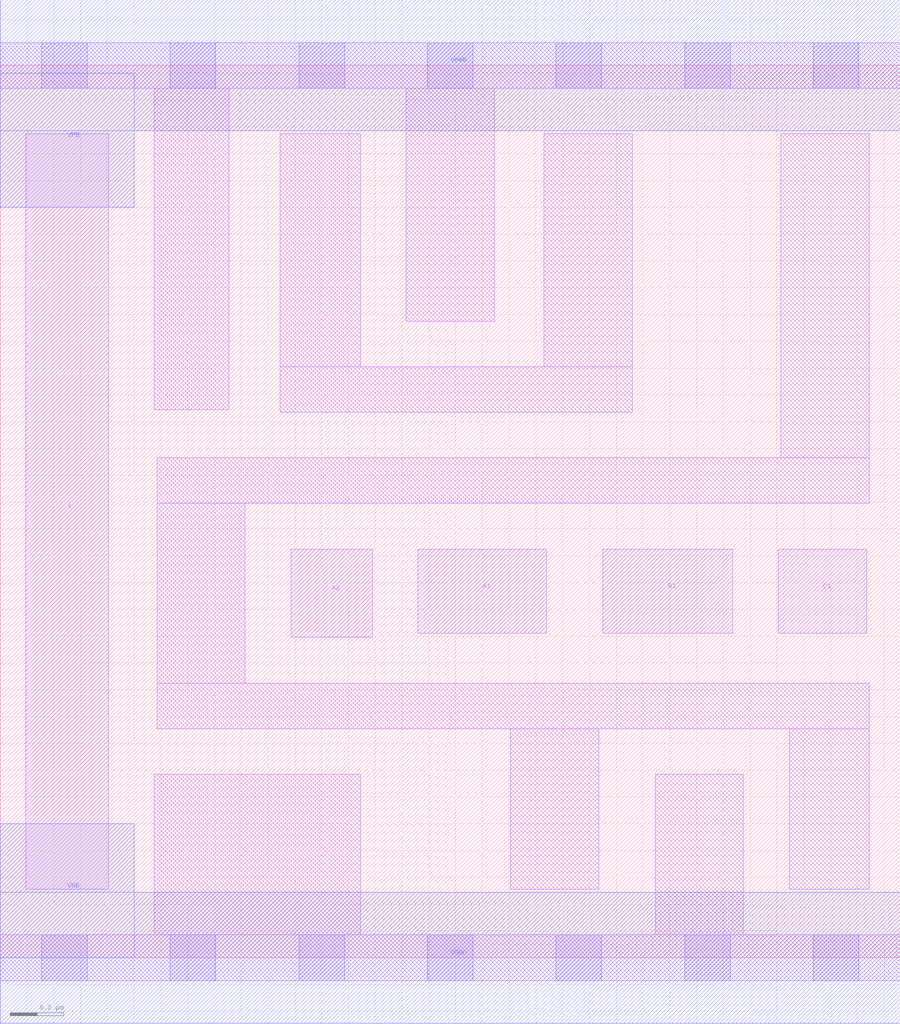
<source format=lef>
# Copyright 2020 The SkyWater PDK Authors
#
# Licensed under the Apache License, Version 2.0 (the "License");
# you may not use this file except in compliance with the License.
# You may obtain a copy of the License at
#
#     https://www.apache.org/licenses/LICENSE-2.0
#
# Unless required by applicable law or agreed to in writing, software
# distributed under the License is distributed on an "AS IS" BASIS,
# WITHOUT WARRANTIES OR CONDITIONS OF ANY KIND, either express or implied.
# See the License for the specific language governing permissions and
# limitations under the License.
#
# SPDX-License-Identifier: Apache-2.0

VERSION 5.5 ;
NAMESCASESENSITIVE ON ;
BUSBITCHARS "[]" ;
DIVIDERCHAR "/" ;
MACRO sky130_fd_sc_lp__a211o_1
  CLASS CORE ;
  SOURCE USER ;
  ORIGIN  0.000000  0.000000 ;
  SIZE  3.360000 BY  3.330000 ;
  SYMMETRY X Y R90 ;
  SITE unit ;
  PIN A1
    ANTENNAGATEAREA  0.315000 ;
    DIRECTION INPUT ;
    USE SIGNAL ;
    PORT
      LAYER li1 ;
        RECT 1.560000 1.210000 2.040000 1.525000 ;
    END
  END A1
  PIN A2
    ANTENNAGATEAREA  0.315000 ;
    DIRECTION INPUT ;
    USE SIGNAL ;
    PORT
      LAYER li1 ;
        RECT 1.085000 1.195000 1.390000 1.525000 ;
    END
  END A2
  PIN B1
    ANTENNAGATEAREA  0.315000 ;
    DIRECTION INPUT ;
    USE SIGNAL ;
    PORT
      LAYER li1 ;
        RECT 2.250000 1.210000 2.735000 1.525000 ;
    END
  END B1
  PIN C1
    ANTENNAGATEAREA  0.315000 ;
    DIRECTION INPUT ;
    USE SIGNAL ;
    PORT
      LAYER li1 ;
        RECT 2.905000 1.210000 3.235000 1.525000 ;
    END
  END C1
  PIN X
    ANTENNADIFFAREA  0.556500 ;
    DIRECTION OUTPUT ;
    USE SIGNAL ;
    PORT
      LAYER li1 ;
        RECT 0.095000 0.255000 0.405000 3.075000 ;
    END
  END X
  PIN VGND
    DIRECTION INOUT ;
    USE GROUND ;
    PORT
      LAYER met1 ;
        RECT 0.000000 -0.245000 3.360000 0.245000 ;
    END
  END VGND
  PIN VNB
    DIRECTION INOUT ;
    USE GROUND ;
    PORT
    END
  END VNB
  PIN VPB
    DIRECTION INOUT ;
    USE POWER ;
    PORT
    END
  END VPB
  PIN VNB
    DIRECTION INOUT ;
    USE GROUND ;
    PORT
      LAYER met1 ;
        RECT 0.000000 0.000000 0.500000 0.500000 ;
    END
  END VNB
  PIN VPB
    DIRECTION INOUT ;
    USE POWER ;
    PORT
      LAYER met1 ;
        RECT 0.000000 2.800000 0.500000 3.300000 ;
    END
  END VPB
  PIN VPWR
    DIRECTION INOUT ;
    USE POWER ;
    PORT
      LAYER met1 ;
        RECT 0.000000 3.085000 3.360000 3.575000 ;
    END
  END VPWR
  OBS
    LAYER li1 ;
      RECT 0.000000 -0.085000 3.360000 0.085000 ;
      RECT 0.000000  3.245000 3.360000 3.415000 ;
      RECT 0.575000  0.085000 1.345000 0.685000 ;
      RECT 0.575000  2.045000 0.855000 3.245000 ;
      RECT 0.585000  0.855000 3.245000 1.025000 ;
      RECT 0.585000  1.025000 0.915000 1.695000 ;
      RECT 0.585000  1.695000 3.245000 1.865000 ;
      RECT 1.045000  2.035000 2.360000 2.205000 ;
      RECT 1.045000  2.205000 1.345000 3.075000 ;
      RECT 1.515000  2.375000 1.845000 3.245000 ;
      RECT 1.905000  0.255000 2.235000 0.855000 ;
      RECT 2.030000  2.205000 2.360000 3.075000 ;
      RECT 2.445000  0.085000 2.775000 0.685000 ;
      RECT 2.915000  1.865000 3.245000 3.075000 ;
      RECT 2.945000  0.255000 3.245000 0.855000 ;
    LAYER mcon ;
      RECT 0.155000 -0.085000 0.325000 0.085000 ;
      RECT 0.155000  3.245000 0.325000 3.415000 ;
      RECT 0.635000 -0.085000 0.805000 0.085000 ;
      RECT 0.635000  3.245000 0.805000 3.415000 ;
      RECT 1.115000 -0.085000 1.285000 0.085000 ;
      RECT 1.115000  3.245000 1.285000 3.415000 ;
      RECT 1.595000 -0.085000 1.765000 0.085000 ;
      RECT 1.595000  3.245000 1.765000 3.415000 ;
      RECT 2.075000 -0.085000 2.245000 0.085000 ;
      RECT 2.075000  3.245000 2.245000 3.415000 ;
      RECT 2.555000 -0.085000 2.725000 0.085000 ;
      RECT 2.555000  3.245000 2.725000 3.415000 ;
      RECT 3.035000 -0.085000 3.205000 0.085000 ;
      RECT 3.035000  3.245000 3.205000 3.415000 ;
  END
END sky130_fd_sc_lp__a211o_1
END LIBRARY

</source>
